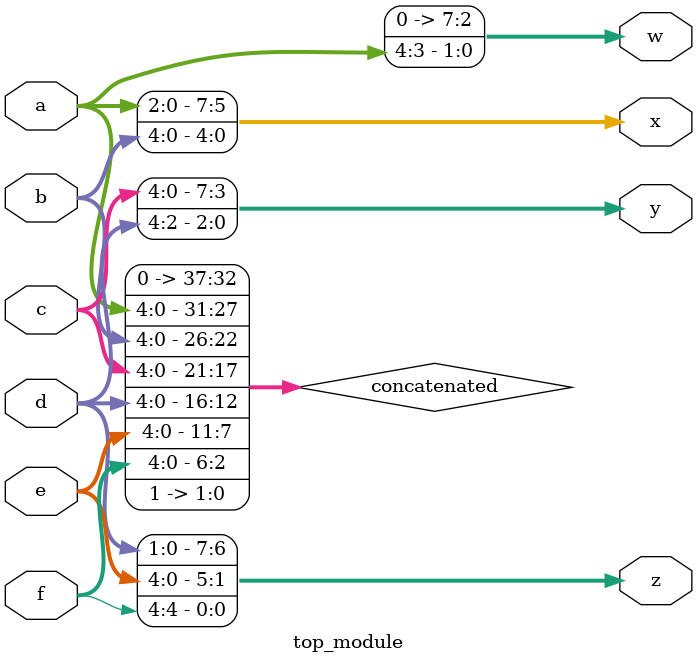
<source format=sv>
module top_module (
    input [4:0] a,
    input [4:0] b,
    input [4:0] c,
    input [4:0] d,
    input [4:0] e,
    input [4:0] f,
    output [7:0] w,
    output [7:0] x,
    output [7:0] y,
    output [7:0] z
);

    wire [37:0] concatenated;

    assign concatenated = {a, b, c, d, e, f, 2'b11};

    assign w = concatenated[37:30];
    assign x = concatenated[29:22];
    assign y = concatenated[21:14];
    assign z = concatenated[13:6];

endmodule

</source>
